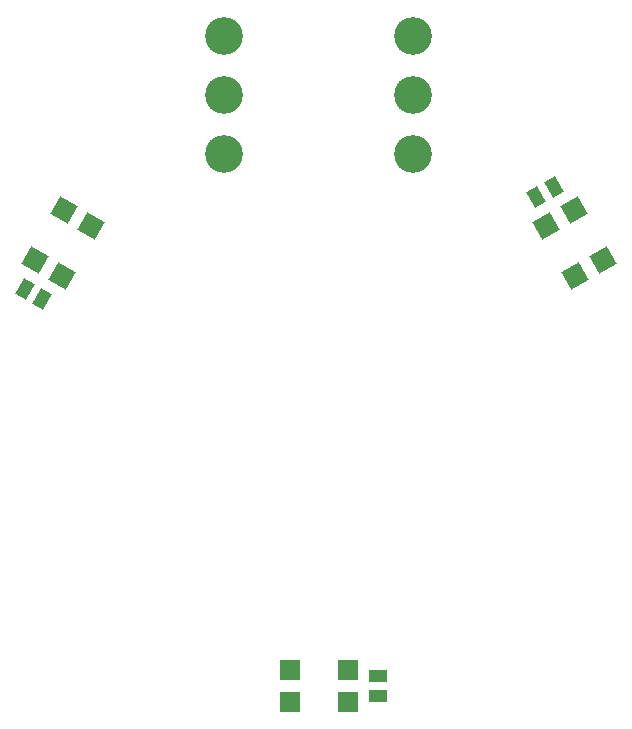
<source format=gts>
G04*
G04 #@! TF.GenerationSoftware,Altium Limited,CircuitStudio,1.5.2 (30)*
G04*
G04 Layer_Color=2238352*
%FSLAX24Y24*%
%MOIN*%
G70*
G01*
G75*
%ADD22P,0.0948X4X165.0*%
%ADD23R,0.0671X0.0671*%
%ADD24P,0.0948X4X285.0*%
G04:AMPARAMS|DCode=25|XSize=59.2mil|YSize=41.5mil|CornerRadius=0mil|HoleSize=0mil|Usage=FLASHONLY|Rotation=120.000|XOffset=0mil|YOffset=0mil|HoleType=Round|Shape=Rectangle|*
%AMROTATEDRECTD25*
4,1,4,0.0328,-0.0153,-0.0032,-0.0360,-0.0328,0.0153,0.0032,0.0360,0.0328,-0.0153,0.0*
%
%ADD25ROTATEDRECTD25*%

%ADD26R,0.0592X0.0415*%
G04:AMPARAMS|DCode=27|XSize=59.2mil|YSize=41.5mil|CornerRadius=0mil|HoleSize=0mil|Usage=FLASHONLY|Rotation=240.000|XOffset=0mil|YOffset=0mil|HoleType=Round|Shape=Rectangle|*
%AMROTATEDRECTD27*
4,1,4,-0.0032,0.0360,0.0328,0.0153,0.0032,-0.0360,-0.0328,-0.0153,-0.0032,0.0360,0.0*
%
%ADD27ROTATEDRECTD27*%

%ADD28C,0.1261*%
D22*
X384092Y349329D02*
D03*
X383172Y348798D02*
D03*
X384136Y347127D02*
D03*
X385057Y347659D02*
D03*
D23*
X376555Y332933D02*
D03*
Y333996D02*
D03*
X374626D02*
D03*
Y332933D02*
D03*
D24*
X366124Y347659D02*
D03*
X367045Y347127D02*
D03*
X368009Y348798D02*
D03*
X367089Y349329D02*
D03*
D25*
X382840Y349766D02*
D03*
X383420Y350100D02*
D03*
D26*
X377559Y333799D02*
D03*
Y333130D02*
D03*
D27*
X366372Y346356D02*
D03*
X365793Y346691D02*
D03*
D28*
X378740Y353150D02*
D03*
X372441D02*
D03*
X378740Y351181D02*
D03*
X372441D02*
D03*
X378740Y355118D02*
D03*
X372441D02*
D03*
M02*

</source>
